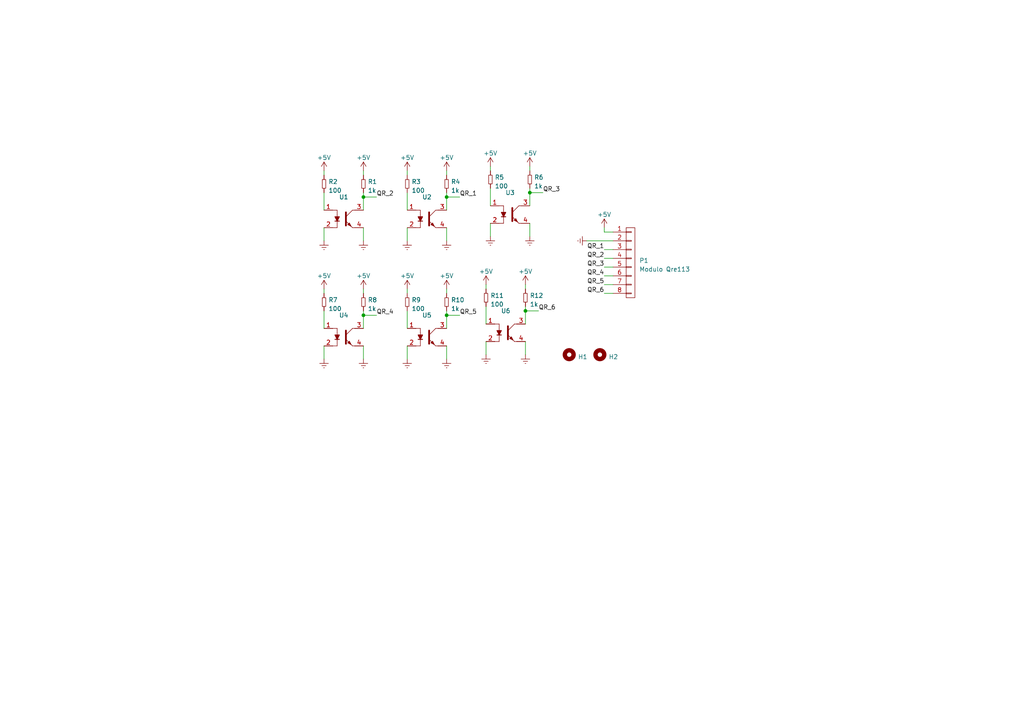
<source format=kicad_sch>
(kicad_sch (version 20230121) (generator eeschema)
  (paper "A4")
  (lib_symbols
    (symbol "EESTN5:CONN_01X08" (pin_names (offset 1.016) hide)
      (property "Reference" "P" (at 0 11.43 0))
      (property "Value" "CONN_01X08" (at 2.54 0 90))
      (symbol "CONN_01X08_0_1"
        (rectangle (start -1.27 -10.16) (end 1.27 10.16))
        (rectangle (start -1.27 -8.763) (end 0.254 -9.017))
        (rectangle (start -1.27 -6.223) (end 0.254 -6.477))
        (rectangle (start -1.27 -3.683) (end 0.254 -3.937))
        (rectangle (start -1.27 -1.143) (end 0.254 -1.397))
        (rectangle (start -1.27 1.397) (end 0.254 1.143))
        (rectangle (start -1.27 3.937) (end 0.254 3.683))
        (rectangle (start -1.27 6.477) (end 0.254 6.223))
        (rectangle (start -1.27 9.017) (end 0.254 8.763))
      )
      (symbol "CONN_01X08_1_1"
        (pin passive line (at -5.08 8.89 0) (length 3.81) (name "P1") (number "1"))
        (pin passive line (at -5.08 6.35 0) (length 3.81) (name "P2") (number "2"))
        (pin passive line (at -5.08 3.81 0) (length 3.81) (name "P3") (number "3"))
        (pin passive line (at -5.08 1.27 0) (length 3.81) (name "P4") (number "4"))
        (pin passive line (at -5.08 -1.27 0) (length 3.81) (name "P5") (number "5"))
        (pin passive line (at -5.08 -3.81 0) (length 3.81) (name "P6") (number "6"))
        (pin passive line (at -5.08 -6.35 0) (length 3.81) (name "P7") (number "7"))
        (pin passive line (at -5.08 -8.89 0) (length 3.81) (name "P8") (number "8"))
      )
    )
    (symbol "EESTN5:Mounting_Hole" (pin_names (offset 1.016))
      (property "Reference" "H" (at 0 5.08 0))
      (symbol "Mounting_Hole_0_1"
        (circle (center 0 0) (radius 1.27) (stroke (width 1.27)))
      )
    )
    (symbol "EESTN5:QRE1113" (pin_names (offset 1.016))
      (property "Reference" "U" (at -5.08 5.08 0))
      (property "Datasheet" "https://www.fairchildsemi.com/products/optoelectronics/infrared/reflective-sensors/QRE1113.html" (at -1.27 0 0))
      (symbol "QRE1113_0_1"
        (rectangle (start -2.54 -2.54) (end -1.27 -2.54))
        (rectangle (start -2.54 2.54) (end -1.27 2.54))
        (rectangle (start -1.27 -2.54) (end -1.27 0))
        (rectangle (start -1.27 1.27) (end -1.27 0))
        (rectangle (start -1.27 2.54) (end -1.27 1.27))
        (polyline (pts (xy -1.905 -0.635) (xy -0.635 -0.635)) (stroke (width 0.254)))
        (polyline (pts (xy 1.27 0.635) (xy 3.175 2.54)))
        (polyline (pts (xy 3.175 -2.54) (xy 1.27 -0.635)) (fill (type outline)))
        (polyline (pts (xy 3.175 -2.54) (xy 3.81 -2.54)))
        (polyline (pts (xy 3.175 2.54) (xy 3.81 2.54)))
        (polyline (pts (xy 1.27 1.905) (xy 1.27 -1.905) (xy 1.27 -1.905)) (stroke (width 0.508)))
        (polyline (pts (xy -1.27 -0.635) (xy -1.905 0.635) (xy -0.635 0.635) (xy -1.27 -0.635)) (stroke (width 0.254)) (fill (type outline)))
        (polyline (pts (xy 1.778 -1.651) (xy 2.286 -1.143) (xy 2.794 -2.159) (xy 1.778 -1.651) (xy 1.778 -1.651)) (fill (type outline)))
      )
      (symbol "QRE1113_1_1"
        (pin passive line (at -5.08 2.54 0) (length 2.54) (name "~") (number "1"))
        (pin passive line (at -5.08 -2.54 0) (length 2.54) (name "~") (number "2"))
        (pin passive line (at 6.35 2.54 180) (length 2.54) (name "~") (number "3"))
        (pin passive line (at 6.35 -2.54 180) (length 2.54) (name "~") (number "4"))
      )
    )
    (symbol "EESTN5:R" (pin_numbers hide) (pin_names (offset 0))
      (property "Reference" "R" (at -1.27 0 90))
      (property "Value" "R" (at 1.27 0 90))
      (symbol "R_0_1"
        (rectangle (start 0.508 1.27) (end -0.508 -1.27))
      )
      (symbol "R_1_1"
        (pin passive line (at 0 2.54 270) (length 1.27) (name "~") (number "1"))
        (pin passive line (at 0 -2.54 90) (length 1.27) (name "~") (number "2"))
      )
    )
    (symbol "power:+5V" (power) (pin_names (offset 0))
      (property "Value" "+5V" (at 0 3.556 0))
      (symbol "+5V_0_1"
        (polyline (pts (xy -0.762 1.27) (xy 0 2.54)))
        (polyline (pts (xy 0 0) (xy 0 2.54)))
        (polyline (pts (xy 0 2.54) (xy 0.762 1.27)))
      )
      (symbol "+5V_1_1"
        (pin power_in line (at 0 0 90) (length 0) hide (name "+5V") (number "1"))
      )
    )
    (symbol "power:Earth" (power) (pin_names (offset 0))
      (symbol "Earth_0_1"
        (polyline (pts (xy -0.635 -1.905) (xy 0.635 -1.905)))
        (polyline (pts (xy -0.127 -2.54) (xy 0.127 -2.54)))
        (polyline (pts (xy 0 -1.27) (xy 0 0)))
        (polyline (pts (xy 1.27 -1.27) (xy -1.27 -1.27)))
      )
      (symbol "Earth_1_1"
        (pin power_in line (at 0 0 270) (length 0) hide (name "Earth") (number "1"))
      )
    )
  )
  (junction (at 152.4 90.17))
  (junction (at 129.54 91.44))
  (junction (at 153.67 55.88))
  (junction (at 129.54 57.15))
  (junction (at 105.41 57.15))
  (junction (at 105.41 91.44))
  (wire (pts (xy 129.54 57.15) (xy 129.54 60.96)))
  (wire (pts (xy 129.54 49.53) (xy 129.54 50.8)))
  (wire (pts (xy 153.67 64.77) (xy 153.67 68.58)))
  (wire (pts (xy 152.4 82.55) (xy 152.4 83.82)))
  (wire (pts (xy 118.11 49.53) (xy 118.11 50.8)))
  (wire (pts (xy 175.26 74.93) (xy 177.8 74.93)))
  (wire (pts (xy 105.41 91.44) (xy 105.41 95.25)))
  (wire (pts (xy 105.41 83.82) (xy 105.41 85.09)))
  (wire (pts (xy 129.54 90.17) (xy 129.54 91.44)))
  (wire (pts (xy 105.41 57.15) (xy 105.41 60.96)))
  (wire (pts (xy 175.26 80.01) (xy 177.8 80.01)))
  (wire (pts (xy 93.98 55.88) (xy 93.98 60.96)))
  (wire (pts (xy 118.11 66.04) (xy 118.11 69.85)))
  (wire (pts (xy 170.18 69.85) (xy 177.8 69.85)))
  (wire (pts (xy 175.26 85.09) (xy 177.8 85.09)))
  (wire (pts (xy 129.54 100.33) (xy 129.54 104.14)))
  (wire (pts (xy 129.54 55.88) (xy 129.54 57.15)))
  (wire (pts (xy 153.67 55.88) (xy 157.48 55.88)))
  (wire (pts (xy 105.41 90.17) (xy 105.41 91.44)))
  (wire (pts (xy 153.67 55.88) (xy 153.67 59.69)))
  (wire (pts (xy 105.41 49.53) (xy 105.41 50.8)))
  (wire (pts (xy 118.11 83.82) (xy 118.11 85.09)))
  (wire (pts (xy 93.98 66.04) (xy 93.98 69.85)))
  (wire (pts (xy 152.4 99.06) (xy 152.4 102.87)))
  (wire (pts (xy 142.24 48.26) (xy 142.24 49.53)))
  (wire (pts (xy 142.24 64.77) (xy 142.24 68.58)))
  (wire (pts (xy 93.98 83.82) (xy 93.98 85.09)))
  (wire (pts (xy 142.24 54.61) (xy 142.24 59.69)))
  (wire (pts (xy 105.41 55.88) (xy 105.41 57.15)))
  (wire (pts (xy 152.4 88.9) (xy 152.4 90.17)))
  (wire (pts (xy 105.41 100.33) (xy 105.41 104.14)))
  (wire (pts (xy 175.26 82.55) (xy 177.8 82.55)))
  (wire (pts (xy 105.41 57.15) (xy 109.22 57.15)))
  (wire (pts (xy 93.98 49.53) (xy 93.98 50.8)))
  (wire (pts (xy 93.98 100.33) (xy 93.98 104.14)))
  (wire (pts (xy 129.54 91.44) (xy 129.54 95.25)))
  (wire (pts (xy 129.54 83.82) (xy 129.54 85.09)))
  (wire (pts (xy 105.41 91.44) (xy 109.22 91.44)))
  (wire (pts (xy 129.54 66.04) (xy 129.54 69.85)))
  (wire (pts (xy 129.54 57.15) (xy 133.35 57.15)))
  (wire (pts (xy 140.97 99.06) (xy 140.97 102.87)))
  (wire (pts (xy 118.11 90.17) (xy 118.11 95.25)))
  (wire (pts (xy 152.4 90.17) (xy 152.4 93.98)))
  (wire (pts (xy 153.67 54.61) (xy 153.67 55.88)))
  (wire (pts (xy 105.41 66.04) (xy 105.41 69.85)))
  (wire (pts (xy 118.11 100.33) (xy 118.11 104.14)))
  (wire (pts (xy 118.11 55.88) (xy 118.11 60.96)))
  (wire (pts (xy 140.97 88.9) (xy 140.97 93.98)))
  (wire (pts (xy 175.26 77.47) (xy 177.8 77.47)))
  (wire (pts (xy 140.97 82.55) (xy 140.97 83.82)))
  (wire (pts (xy 153.67 48.26) (xy 153.67 49.53)))
  (wire (pts (xy 93.98 90.17) (xy 93.98 95.25)))
  (wire (pts (xy 175.26 72.39) (xy 177.8 72.39)))
  (wire (pts (xy 175.26 67.31) (xy 177.8 67.31)))
  (wire (pts (xy 152.4 90.17) (xy 156.21 90.17)))
  (wire (pts (xy 175.26 66.04) (xy 175.26 67.31)))
  (wire (pts (xy 129.54 91.44) (xy 133.35 91.44)))
  (label "QR_2" (at 109.22 57.15 0))
  (label "QR_4" (at 175.26 80.01 180))
  (label "QR_1" (at 175.26 72.39 180))
  (label "QR_1" (at 133.35 57.15 0))
  (label "QR_3" (at 157.48 55.88 0))
  (label "QR_6" (at 175.26 85.09 180))
  (label "QR_5" (at 133.35 91.44 0))
  (label "QR_3" (at 175.26 77.47 180))
  (label "QR_5" (at 175.26 82.55 180))
  (label "QR_6" (at 156.21 90.17 0))
  (label "QR_2" (at 175.26 74.93 180))
  (label "QR_4" (at 109.22 91.44 0))
  (symbol (lib_id "power:Earth") (at 105.41 69.85 0) (unit 1)
    (property "Reference" "#PWR02" (effects hide))
    (property "Value" "Earth" (effects hide))
  )
  (symbol (lib_id "EESTN5:QRE1113") (at 99.06 97.79 0) (unit 1)
    (property "Reference" "U4" (at 99.695 91.44 0))
    (property "Value" "QRE1113" (effects hide))
    (property "Footprint" "EESTN5:QRE1113GR" (effects hide))
    (property "Datasheet" "https://www.fairchildsemi.com/products/optoelectronics/infrared/reflective-sensors/QRE1113.html" (effects hide))
  )
  (symbol (lib_id "power:Earth") (at 118.11 69.85 0) (unit 1)
    (property "Reference" "#PWR06" (effects hide))
    (property "Value" "Earth" (effects hide))
  )
  (symbol (lib_id "EESTN5:Mounting_Hole") (at 173.99 102.87 0) (unit 1)
    (property "Reference" "H2" (at 176.53 103.505 0) (effects (justify left)))
    (property "Value" "Mounting_Hole" (effects hide))
    (property "Footprint" "EESTN5:hole_3mm" (effects hide))
  )
  (symbol (lib_id "EESTN5:R") (at 105.41 53.34 0) (unit 1)
    (property "Reference" "R1" (at 106.68 52.705 0) (effects (justify left)))
    (property "Value" "1k" (at 106.68 55.245 0) (effects (justify left)))
    (property "Footprint" "EESTN5:R_1206" (effects hide))
  )
  (symbol (lib_id "EESTN5:QRE1113") (at 147.32 62.23 0) (unit 1)
    (property "Reference" "U3" (at 147.955 55.88 0))
    (property "Value" "QRE1113" (effects hide))
    (property "Footprint" "EESTN5:QRE1113GR" (effects hide))
    (property "Datasheet" "https://www.fairchildsemi.com/products/optoelectronics/infrared/reflective-sensors/QRE1113.html" (effects hide))
  )
  (symbol (lib_id "power:+5V") (at 129.54 49.53 0) (unit 1)
    (property "Reference" "#PWR07" (effects hide))
    (property "Value" "+5V" (at 129.54 45.72 0))
  )
  (symbol (lib_id "power:Earth") (at 152.4 102.87 0) (unit 1)
    (property "Reference" "#PWR024" (effects hide))
    (property "Value" "Earth" (effects hide))
  )
  (symbol (lib_id "power:Earth") (at 93.98 69.85 0) (unit 1)
    (property "Reference" "#PWR01" (effects hide))
    (property "Value" "Earth" (effects hide))
  )
  (symbol (lib_id "EESTN5:QRE1113") (at 123.19 63.5 0) (unit 1)
    (property "Reference" "U2" (at 123.825 57.15 0))
    (property "Value" "QRE1113" (effects hide))
    (property "Footprint" "EESTN5:QRE1113GR" (effects hide))
    (property "Datasheet" "https://www.fairchildsemi.com/products/optoelectronics/infrared/reflective-sensors/QRE1113.html" (effects hide))
  )
  (symbol (lib_id "power:+5V") (at 105.41 83.82 0) (unit 1)
    (property "Reference" "#PWR015" (effects hide))
    (property "Value" "+5V" (at 105.41 80.01 0))
  )
  (symbol (lib_id "EESTN5:QRE1113") (at 99.06 63.5 0) (unit 1)
    (property "Reference" "U1" (at 99.695 57.15 0))
    (property "Value" "QRE1113" (effects hide))
    (property "Footprint" "EESTN5:QRE1113GR" (effects hide))
    (property "Datasheet" "https://www.fairchildsemi.com/products/optoelectronics/infrared/reflective-sensors/QRE1113.html" (effects hide))
  )
  (symbol (lib_id "EESTN5:Mounting_Hole") (at 165.1 102.87 0) (unit 1)
    (property "Reference" "H1" (at 167.64 103.505 0) (effects (justify left)))
    (property "Value" "Mounting_Hole" (effects hide))
    (property "Footprint" "EESTN5:hole_3mm" (effects hide))
  )
  (symbol (lib_id "EESTN5:R") (at 153.67 52.07 0) (unit 1)
    (property "Reference" "R6" (at 154.94 51.435 0) (effects (justify left)))
    (property "Value" "1k" (at 154.94 53.975 0) (effects (justify left)))
    (property "Footprint" "EESTN5:R_1206" (effects hide))
  )
  (symbol (lib_id "power:+5V") (at 140.97 82.55 0) (unit 1)
    (property "Reference" "#PWR021" (effects hide))
    (property "Value" "+5V" (at 140.97 78.74 0))
  )
  (symbol (lib_id "power:Earth") (at 153.67 68.58 0) (unit 1)
    (property "Reference" "#PWR012" (effects hide))
    (property "Value" "Earth" (effects hide))
  )
  (symbol (lib_id "power:+5V") (at 118.11 83.82 0) (unit 1)
    (property "Reference" "#PWR017" (effects hide))
    (property "Value" "+5V" (at 118.11 80.01 0))
  )
  (symbol (lib_id "power:+5V") (at 153.67 48.26 0) (unit 1)
    (property "Reference" "#PWR011" (effects hide))
    (property "Value" "+5V" (at 153.67 44.45 0))
  )
  (symbol (lib_id "power:+5V") (at 175.26 66.04 0) (unit 1)
    (property "Reference" "#PWR025" (effects hide))
    (property "Value" "+5V" (at 175.26 62.23 0))
  )
  (symbol (lib_id "power:+5V") (at 152.4 82.55 0) (unit 1)
    (property "Reference" "#PWR023" (effects hide))
    (property "Value" "+5V" (at 152.4 78.74 0))
  )
  (symbol (lib_id "EESTN5:R") (at 93.98 87.63 0) (unit 1)
    (property "Reference" "R7" (at 95.25 86.995 0) (effects (justify left)))
    (property "Value" "100" (at 95.25 89.535 0) (effects (justify left)))
    (property "Footprint" "EESTN5:R_1206" (effects hide))
  )
  (symbol (lib_id "EESTN5:R") (at 105.41 87.63 0) (unit 1)
    (property "Reference" "R8" (at 106.68 86.995 0) (effects (justify left)))
    (property "Value" "1k" (at 106.68 89.535 0) (effects (justify left)))
    (property "Footprint" "EESTN5:R_1206" (effects hide))
  )
  (symbol (lib_id "power:Earth") (at 142.24 68.58 0) (unit 1)
    (property "Reference" "#PWR010" (effects hide))
    (property "Value" "Earth" (effects hide))
  )
  (symbol (lib_id "power:+5V") (at 93.98 83.82 0) (unit 1)
    (property "Reference" "#PWR013" (effects hide))
    (property "Value" "+5V" (at 93.98 80.01 0))
  )
  (symbol (lib_id "power:+5V") (at 142.24 48.26 0) (unit 1)
    (property "Reference" "#PWR09" (effects hide))
    (property "Value" "+5V" (at 142.24 44.45 0))
  )
  (symbol (lib_id "EESTN5:R") (at 129.54 53.34 0) (unit 1)
    (property "Reference" "R4" (at 130.81 52.705 0) (effects (justify left)))
    (property "Value" "1k" (at 130.81 55.245 0) (effects (justify left)))
    (property "Footprint" "EESTN5:R_1206" (effects hide))
  )
  (symbol (lib_id "EESTN5:R") (at 118.11 87.63 0) (unit 1)
    (property "Reference" "R9" (at 119.38 86.995 0) (effects (justify left)))
    (property "Value" "100" (at 119.38 89.535 0) (effects (justify left)))
    (property "Footprint" "EESTN5:R_1206" (effects hide))
  )
  (symbol (lib_id "EESTN5:R") (at 152.4 86.36 0) (unit 1)
    (property "Reference" "R12" (at 153.67 85.725 0) (effects (justify left)))
    (property "Value" "1k" (at 153.67 88.265 0) (effects (justify left)))
    (property "Footprint" "EESTN5:R_1206" (effects hide))
  )
  (symbol (lib_id "power:+5V") (at 129.54 83.82 0) (unit 1)
    (property "Reference" "#PWR019" (effects hide))
    (property "Value" "+5V" (at 129.54 80.01 0))
  )
  (symbol (lib_id "power:Earth") (at 170.18 69.85 270) (unit 1)
    (property "Reference" "#PWR026" (effects hide))
    (property "Value" "Earth" (effects hide))
  )
  (symbol (lib_id "EESTN5:R") (at 129.54 87.63 0) (unit 1)
    (property "Reference" "R10" (at 130.81 86.995 0) (effects (justify left)))
    (property "Value" "1k" (at 130.81 89.535 0) (effects (justify left)))
    (property "Footprint" "EESTN5:R_1206" (effects hide))
  )
  (symbol (lib_id "power:+5V") (at 105.41 49.53 0) (unit 1)
    (property "Reference" "#PWR03" (effects hide))
    (property "Value" "+5V" (at 105.41 45.72 0))
  )
  (symbol (lib_id "power:Earth") (at 140.97 102.87 0) (unit 1)
    (property "Reference" "#PWR022" (effects hide))
    (property "Value" "Earth" (effects hide))
  )
  (symbol (lib_id "power:+5V") (at 118.11 49.53 0) (unit 1)
    (property "Reference" "#PWR05" (effects hide))
    (property "Value" "+5V" (at 118.11 45.72 0))
  )
  (symbol (lib_id "EESTN5:CONN_01X08") (at 182.88 76.2 0) (unit 1)
    (property "Reference" "P1" (at 185.42 75.565 0) (effects (justify left)))
    (property "Value" "Modulo Qre113" (at 185.42 78.105 0) (effects (justify left)))
    (property "Footprint" "EESTN5:Pin_Header_Straight_1x08" (effects hide))
  )
  (symbol (lib_id "EESTN5:R") (at 142.24 52.07 0) (unit 1)
    (property "Reference" "R5" (at 143.51 51.435 0) (effects (justify left)))
    (property "Value" "100" (at 143.51 53.975 0) (effects (justify left)))
    (property "Footprint" "EESTN5:R_1206" (effects hide))
  )
  (symbol (lib_id "EESTN5:R") (at 140.97 86.36 0) (unit 1)
    (property "Reference" "R11" (at 142.24 85.725 0) (effects (justify left)))
    (property "Value" "100" (at 142.24 88.265 0) (effects (justify left)))
    (property "Footprint" "EESTN5:R_1206" (effects hide))
  )
  (symbol (lib_id "power:Earth") (at 93.98 104.14 0) (unit 1)
    (property "Reference" "#PWR014" (effects hide))
    (property "Value" "Earth" (effects hide))
  )
  (symbol (lib_id "power:Earth") (at 105.41 104.14 0) (unit 1)
    (property "Reference" "#PWR016" (effects hide))
    (property "Value" "Earth" (effects hide))
  )
  (symbol (lib_id "power:Earth") (at 118.11 104.14 0) (unit 1)
    (property "Reference" "#PWR018" (effects hide))
    (property "Value" "Earth" (effects hide))
  )
  (symbol (lib_id "power:Earth") (at 129.54 104.14 0) (unit 1)
    (property "Reference" "#PWR020" (effects hide))
    (property "Value" "Earth" (effects hide))
  )
  (symbol (lib_id "EESTN5:QRE1113") (at 146.05 96.52 0) (unit 1)
    (property "Reference" "U6" (at 146.685 90.17 0))
    (property "Value" "QRE1113" (effects hide))
    (property "Footprint" "EESTN5:QRE1113GR" (effects hide))
    (property "Datasheet" "https://www.fairchildsemi.com/products/optoelectronics/infrared/reflective-sensors/QRE1113.html" (effects hide))
  )
  (symbol (lib_id "EESTN5:QRE1113") (at 123.19 97.79 0) (unit 1)
    (property "Reference" "U5" (at 123.825 91.44 0))
    (property "Value" "QRE1113" (effects hide))
    (property "Footprint" "EESTN5:QRE1113GR" (effects hide))
    (property "Datasheet" "https://www.fairchildsemi.com/products/optoelectronics/infrared/reflective-sensors/QRE1113.html" (effects hide))
  )
  (symbol (lib_id "EESTN5:R") (at 93.98 53.34 0) (unit 1)
    (property "Reference" "R2" (at 95.25 52.705 0) (effects (justify left)))
    (property "Value" "100" (at 95.25 55.245 0) (effects (justify left)))
    (property "Footprint" "EESTN5:R_1206" (effects hide))
  )
  (symbol (lib_id "EESTN5:R") (at 118.11 53.34 0) (unit 1)
    (property "Reference" "R3" (at 119.38 52.705 0) (effects (justify left)))
    (property "Value" "100" (at 119.38 55.245 0) (effects (justify left)))
    (property "Footprint" "EESTN5:R_1206" (effects hide))
  )
  (symbol (lib_id "power:Earth") (at 129.54 69.85 0) (unit 1)
    (property "Reference" "#PWR08" (effects hide))
    (property "Value" "Earth" (effects hide))
  )
  (symbol (lib_id "power:+5V") (at 93.98 49.53 0) (unit 1)
    (property "Reference" "#PWR04" (effects hide))
    (property "Value" "+5V" (at 93.98 45.72 0))
  )
)
</source>
